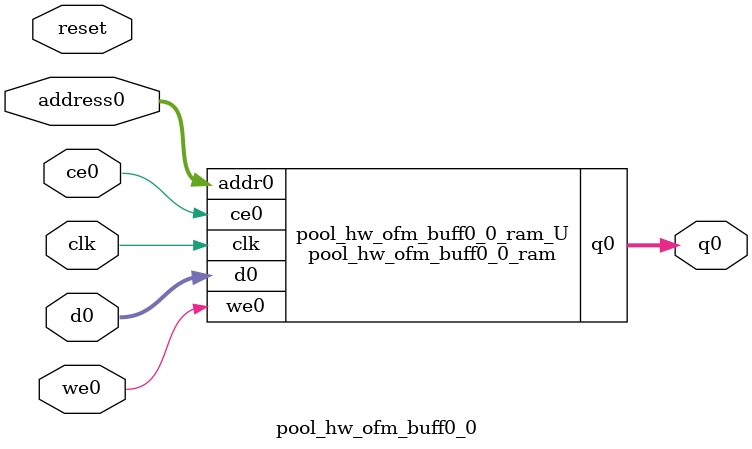
<source format=v>
`timescale 1 ns / 1 ps
module pool_hw_ofm_buff0_0_ram (addr0, ce0, d0, we0, q0,  clk);

parameter DWIDTH = 32;
parameter AWIDTH = 6;
parameter MEM_SIZE = 56;

input[AWIDTH-1:0] addr0;
input ce0;
input[DWIDTH-1:0] d0;
input we0;
output reg[DWIDTH-1:0] q0;
input clk;

(* ram_style = "block" *)reg [DWIDTH-1:0] ram[0:MEM_SIZE-1];




always @(posedge clk)  
begin 
    if (ce0) begin
        if (we0) 
            ram[addr0] <= d0; 
        q0 <= ram[addr0];
    end
end


endmodule

`timescale 1 ns / 1 ps
module pool_hw_ofm_buff0_0(
    reset,
    clk,
    address0,
    ce0,
    we0,
    d0,
    q0);

parameter DataWidth = 32'd32;
parameter AddressRange = 32'd56;
parameter AddressWidth = 32'd6;
input reset;
input clk;
input[AddressWidth - 1:0] address0;
input ce0;
input we0;
input[DataWidth - 1:0] d0;
output[DataWidth - 1:0] q0;



pool_hw_ofm_buff0_0_ram pool_hw_ofm_buff0_0_ram_U(
    .clk( clk ),
    .addr0( address0 ),
    .ce0( ce0 ),
    .we0( we0 ),
    .d0( d0 ),
    .q0( q0 ));

endmodule


</source>
